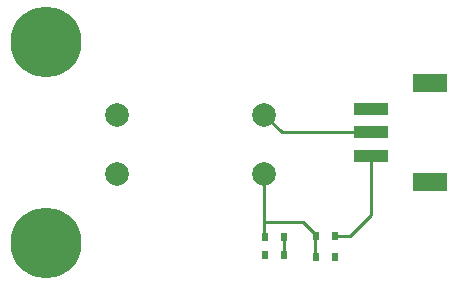
<source format=gtl>
%FSLAX25Y25*%
%MOIN*%
G70*
G01*
G75*
G04 Layer_Physical_Order=1*
G04 Layer_Color=255*
%ADD10R,0.02362X0.03150*%
%ADD11R,0.11811X0.03937*%
%ADD12R,0.11811X0.05906*%
%ADD13C,0.01000*%
%ADD14C,0.07874*%
%ADD15C,0.03937*%
%ADD16C,0.23622*%
D10*
X86614Y15748D02*
D03*
X92913D02*
D03*
X86614Y9843D02*
D03*
X92913D02*
D03*
X103587Y16106D02*
D03*
X109886D02*
D03*
X103543Y9055D02*
D03*
X109843D02*
D03*
D11*
X121858Y58480D02*
D03*
Y50606D02*
D03*
Y42732D02*
D03*
Y58480D02*
D03*
D12*
X141543Y67142D02*
D03*
Y34071D02*
D03*
D13*
X99480Y20606D02*
X103980Y16106D01*
X103390Y9449D02*
Y16106D01*
X92913Y10630D02*
Y16130D01*
X121858Y23106D02*
Y42732D01*
X114858Y16106D02*
X121858Y23106D01*
X109886Y16106D02*
X114858D01*
X103980Y16106D02*
X103980Y16106D01*
X86465Y20606D02*
X99480D01*
X86465D02*
Y36764D01*
Y15748D02*
Y20606D01*
X92307Y50606D02*
X121858D01*
X86465Y56449D02*
X92307Y50606D01*
D14*
X37252Y56449D02*
D03*
X86465Y36764D02*
D03*
Y56449D02*
D03*
X37252Y36764D02*
D03*
D15*
X7516Y86972D02*
D03*
X20043D02*
D03*
X13780Y89567D02*
D03*
X4921Y80709D02*
D03*
X7516Y74445D02*
D03*
X13780Y71850D02*
D03*
X20043Y74445D02*
D03*
X22638Y80709D02*
D03*
X7516Y20043D02*
D03*
X20043D02*
D03*
X13780Y22638D02*
D03*
X4921Y13780D02*
D03*
X7516Y7516D02*
D03*
X13780Y4921D02*
D03*
X20043Y7516D02*
D03*
X22638Y13780D02*
D03*
D16*
X13780Y80709D02*
D03*
Y13780D02*
D03*
M02*

</source>
